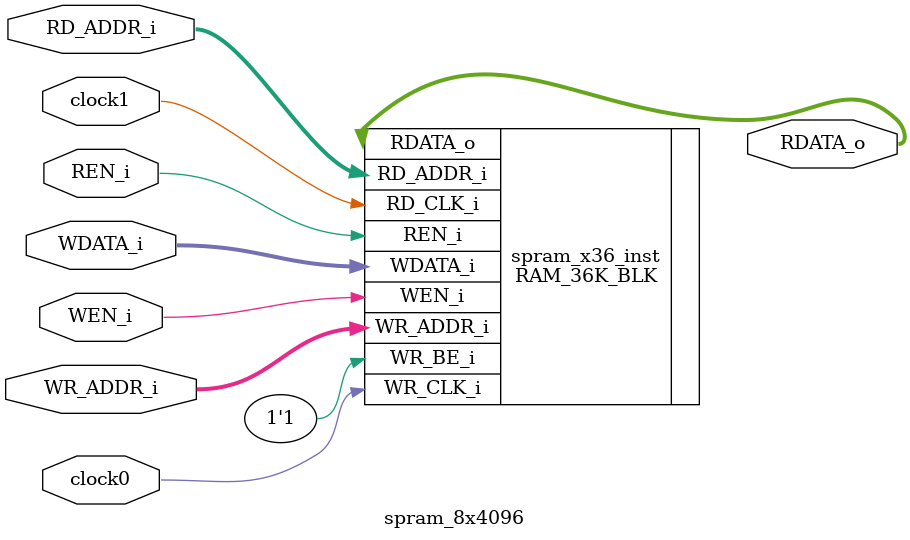
<source format=v>

module spram_36x1024 (
    WEN_i,
    REN_i,
    clock0,
    clock1,
    WR_ADDR_i,
    RD_ADDR_i,
    WDATA_i,
    RDATA_o
);

parameter WR_ADDR_WIDTH = 10;
parameter RD_ADDR_WIDTH = 10;
parameter WR_DATA_WIDTH = 36;
parameter RD_DATA_WIDTH = 36;
parameter BE_WIDTH = 4;

input wire WEN_i;
input wire REN_i;
input wire clock0;
input wire clock1;
input wire [WR_ADDR_WIDTH-1 :0] WR_ADDR_i;
input wire [RD_ADDR_WIDTH-1 :0] RD_ADDR_i;
input wire [WR_DATA_WIDTH-1 :0] WDATA_i;
output wire [RD_DATA_WIDTH-1 :0] RDATA_o;

RAM_36K_BLK #(
              .WR_ADDR_WIDTH(WR_ADDR_WIDTH),
              .RD_ADDR_WIDTH(RD_ADDR_WIDTH),
              .WR_DATA_WIDTH(WR_DATA_WIDTH),
              .RD_DATA_WIDTH(RD_DATA_WIDTH),
              .BE_WIDTH(BE_WIDTH)
              ) spram_x36_inst (
              
              .WEN_i(WEN_i),
              .WR_BE_i(4'b1111),
              .REN_i(REN_i),              
              .WR_CLK_i(clock0),
              .RD_CLK_i(clock1),
              .WR_ADDR_i(WR_ADDR_i),
              .RD_ADDR_i(RD_ADDR_i),
              .WDATA_i(WDATA_i),
              .RDATA_o(RDATA_o)
              );
              
endmodule    

module spram_32x1024 (
    WEN_i,
    REN_i,
    clock0,
    clock1,
    WR_ADDR_i,
    RD_ADDR_i,
    WDATA_i,
    RDATA_o
);

parameter WR_ADDR_WIDTH = 10;
parameter RD_ADDR_WIDTH = 10;
parameter WR_DATA_WIDTH = 32;
parameter RD_DATA_WIDTH = 32;
parameter BE_WIDTH = 4;

input wire WEN_i;
input wire REN_i;
input wire clock0;
input wire clock1;
input wire [WR_ADDR_WIDTH-1 :0] WR_ADDR_i;
input wire [RD_ADDR_WIDTH-1 :0] RD_ADDR_i;
input wire [WR_DATA_WIDTH-1 :0] WDATA_i;
output wire [RD_DATA_WIDTH-1 :0] RDATA_o;

RAM_36K_BLK #(
              .WR_ADDR_WIDTH(WR_ADDR_WIDTH),
              .RD_ADDR_WIDTH(RD_ADDR_WIDTH),
              .WR_DATA_WIDTH(WR_DATA_WIDTH),
              .RD_DATA_WIDTH(RD_DATA_WIDTH),
              .BE_WIDTH(BE_WIDTH)
              ) spram_x36_inst (
              
              .WEN_i(WEN_i),
              .WR_BE_i(4'b1111),
              .REN_i(REN_i),              
              .WR_CLK_i(clock0),
              .RD_CLK_i(clock1),
              .WR_ADDR_i(WR_ADDR_i),
              .RD_ADDR_i(RD_ADDR_i),
              .WDATA_i(WDATA_i),
              .RDATA_o(RDATA_o)
              );
              
endmodule   

module spram_18x2048 (
    WEN_i,
    REN_i,
    clock0,
    clock1,
    WR_ADDR_i,
    RD_ADDR_i,
    WDATA_i,
    RDATA_o
);

parameter WR_ADDR_WIDTH = 11;
parameter RD_ADDR_WIDTH = 11;
parameter WR_DATA_WIDTH = 18;
parameter RD_DATA_WIDTH = 18;
parameter BE_WIDTH = 2;

input wire WEN_i;
input wire REN_i;
input wire clock0;
input wire clock1;
input wire [WR_ADDR_WIDTH-1 :0] WR_ADDR_i;
input wire [RD_ADDR_WIDTH-1 :0] RD_ADDR_i;
input wire [WR_DATA_WIDTH-1 :0] WDATA_i;
output wire [RD_DATA_WIDTH-1 :0] RDATA_o;

RAM_36K_BLK #(
              .WR_ADDR_WIDTH(WR_ADDR_WIDTH),
              .RD_ADDR_WIDTH(RD_ADDR_WIDTH),
              .WR_DATA_WIDTH(WR_DATA_WIDTH),
              .RD_DATA_WIDTH(RD_DATA_WIDTH),
              .BE_WIDTH(BE_WIDTH)
              ) spram_x36_inst (
              
              .WEN_i(WEN_i),
              .WR_BE_i(2'b11),
              .REN_i(REN_i),              
              .WR_CLK_i(clock0),
              .RD_CLK_i(clock1),
              .WR_ADDR_i(WR_ADDR_i),
              .RD_ADDR_i(RD_ADDR_i),
              .WDATA_i(WDATA_i),
              .RDATA_o(RDATA_o)
              );
              
endmodule    

module spram_16x2048 (
    WEN_i,
    REN_i,
    clock0,
    clock1,
    WR_ADDR_i,
    RD_ADDR_i,
    WDATA_i,
    RDATA_o
);

parameter WR_ADDR_WIDTH = 11;
parameter RD_ADDR_WIDTH = 11;
parameter WR_DATA_WIDTH = 16;
parameter RD_DATA_WIDTH = 16;
parameter BE_WIDTH = 2;

input wire WEN_i;
input wire REN_i;
input wire clock0;
input wire clock1;
input wire [WR_ADDR_WIDTH-1 :0] WR_ADDR_i;
input wire [RD_ADDR_WIDTH-1 :0] RD_ADDR_i;
input wire [WR_DATA_WIDTH-1 :0] WDATA_i;
output wire [RD_DATA_WIDTH-1 :0] RDATA_o;

RAM_36K_BLK #(
              .WR_ADDR_WIDTH(WR_ADDR_WIDTH),
              .RD_ADDR_WIDTH(RD_ADDR_WIDTH),
              .WR_DATA_WIDTH(WR_DATA_WIDTH),
              .RD_DATA_WIDTH(RD_DATA_WIDTH),
              .BE_WIDTH(BE_WIDTH)
              ) spram_x36_inst (
              
              .WEN_i(WEN_i),
              .WR_BE_i(2'b11),
              .REN_i(REN_i),              
              .WR_CLK_i(clock0),
              .RD_CLK_i(clock1),
              .WR_ADDR_i(WR_ADDR_i),
              .RD_ADDR_i(RD_ADDR_i),
              .WDATA_i(WDATA_i),
              .RDATA_o(RDATA_o)
              );
              
endmodule    

module spram_9x4096 (
    WEN_i,
    REN_i,
    clock0,
    clock1,
    WR_ADDR_i,
    RD_ADDR_i,
    WDATA_i,
    RDATA_o
);

parameter WR_ADDR_WIDTH = 12;
parameter RD_ADDR_WIDTH = 12;
parameter WR_DATA_WIDTH = 9;
parameter RD_DATA_WIDTH = 9;
parameter BE_WIDTH = 1;

input wire WEN_i;
input wire REN_i;
input wire clock0;
input wire clock1;
input wire [WR_ADDR_WIDTH-1 :0] WR_ADDR_i;
input wire [RD_ADDR_WIDTH-1 :0] RD_ADDR_i;
input wire [WR_DATA_WIDTH-1 :0] WDATA_i;
output wire [RD_DATA_WIDTH-1 :0] RDATA_o;

RAM_36K_BLK #(
              .WR_ADDR_WIDTH(WR_ADDR_WIDTH),
              .RD_ADDR_WIDTH(RD_ADDR_WIDTH),
              .WR_DATA_WIDTH(WR_DATA_WIDTH),
              .RD_DATA_WIDTH(RD_DATA_WIDTH),
              .BE_WIDTH(BE_WIDTH)
              ) spram_x36_inst (
              
              .WEN_i(WEN_i),
              .WR_BE_i(1'b1),
              .REN_i(REN_i),              
              .WR_CLK_i(clock0),
              .RD_CLK_i(clock1),
              .WR_ADDR_i(WR_ADDR_i),
              .RD_ADDR_i(RD_ADDR_i),
              .WDATA_i(WDATA_i),
              .RDATA_o(RDATA_o)
              );
              
endmodule    

module spram_8x4096 (
    WEN_i,
    REN_i,
    clock0,
    clock1,
    WR_ADDR_i,
    RD_ADDR_i,
    WDATA_i,
    RDATA_o
);

parameter WR_ADDR_WIDTH = 12;
parameter RD_ADDR_WIDTH = 12;
parameter WR_DATA_WIDTH = 8;
parameter RD_DATA_WIDTH = 8;
parameter BE_WIDTH = 1;

input wire WEN_i;
input wire REN_i;
input wire clock0;
input wire clock1;
input wire [WR_ADDR_WIDTH-1 :0] WR_ADDR_i;
input wire [RD_ADDR_WIDTH-1 :0] RD_ADDR_i;
input wire [WR_DATA_WIDTH-1 :0] WDATA_i;
output wire [RD_DATA_WIDTH-1 :0] RDATA_o;

RAM_36K_BLK #(
              .WR_ADDR_WIDTH(WR_ADDR_WIDTH),
              .RD_ADDR_WIDTH(RD_ADDR_WIDTH),
              .WR_DATA_WIDTH(WR_DATA_WIDTH),
              .RD_DATA_WIDTH(RD_DATA_WIDTH),
              .BE_WIDTH(BE_WIDTH)
              ) spram_x36_inst (
              
              .WEN_i(WEN_i),
              .WR_BE_i(1'b1),
              .REN_i(REN_i),              
              .WR_CLK_i(clock0),
              .RD_CLK_i(clock1),
              .WR_ADDR_i(WR_ADDR_i),
              .RD_ADDR_i(RD_ADDR_i),
              .WDATA_i(WDATA_i),
              .RDATA_o(RDATA_o)
              );
              
endmodule    
</source>
